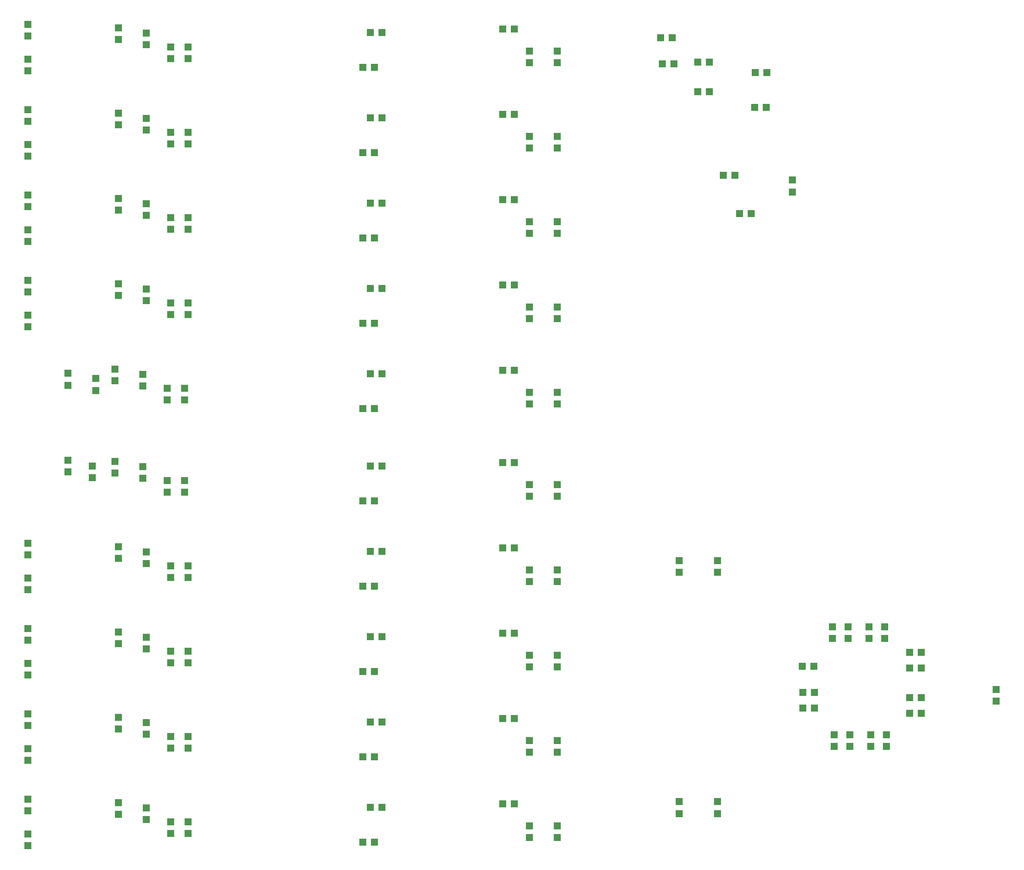
<source format=gbp>
%FSLAX24Y24*%
%MOIN*%
G70*
G01*
G75*
G04 Layer_Color=128*
G04 Layer_Color=128*
%ADD10C,0.0080*%
%ADD11R,0.0157X0.0610*%
%ADD12R,0.0394X0.0433*%
%ADD13R,0.0610X0.0157*%
%ADD14R,0.0846X0.0157*%
%ADD15O,0.0409X0.0150*%
%ADD16R,0.0409X0.0150*%
%ADD17R,0.0571X0.0217*%
%ADD18R,0.0236X0.0866*%
%ADD19R,0.0630X0.0118*%
%ADD20R,0.0630X0.0118*%
%ADD21R,0.0807X0.0236*%
%ADD22R,0.0610X0.0118*%
%ADD23R,0.0571X0.0118*%
%ADD24R,0.0157X0.0846*%
%ADD25R,0.0157X0.0846*%
%ADD26R,0.0866X0.0236*%
%ADD27R,0.0866X0.0236*%
%ADD28O,0.0480X0.0169*%
%ADD29R,0.0315X0.1417*%
%ADD30R,0.1240X0.1360*%
%ADD31R,0.0236X0.0807*%
%ADD32R,0.0118X0.0610*%
%ADD33R,0.0728X0.0236*%
%ADD34R,0.0906X0.0591*%
%ADD35R,0.0480X0.0169*%
%ADD36R,0.0236X0.0669*%
%ADD37R,0.0150X0.0600*%
%ADD38R,0.1010X0.0620*%
%ADD39R,0.0433X0.0394*%
%ADD40R,0.0472X0.0787*%
%ADD41R,0.0787X0.0472*%
%ADD42R,0.0787X0.0866*%
%ADD43R,0.0630X0.0709*%
%ADD44C,0.0160*%
%ADD45C,0.0120*%
%ADD46C,0.0100*%
%ADD47C,0.0250*%
%ADD48C,0.0500*%
%ADD49C,0.1575*%
%ADD50C,0.0866*%
%ADD51C,0.0600*%
%ADD52C,0.0591*%
%ADD53R,0.0591X0.0591*%
%ADD54C,0.1800*%
%ADD55C,0.0500*%
%ADD56C,0.0250*%
%ADD57C,0.0400*%
%ADD58C,0.0098*%
%ADD59C,0.0079*%
%ADD60C,0.0070*%
%ADD61C,0.0040*%
D12*
X26800Y78692D02*
D03*
Y78022D02*
D03*
Y73791D02*
D03*
Y73122D02*
D03*
Y68892D02*
D03*
Y68222D02*
D03*
Y63991D02*
D03*
Y63322D02*
D03*
Y48892D02*
D03*
Y48222D02*
D03*
Y43991D02*
D03*
Y43322D02*
D03*
Y39091D02*
D03*
Y38422D02*
D03*
Y34192D02*
D03*
Y33522D02*
D03*
Y76691D02*
D03*
Y76022D02*
D03*
Y71792D02*
D03*
Y71122D02*
D03*
Y66891D02*
D03*
Y66222D02*
D03*
Y61992D02*
D03*
Y61322D02*
D03*
Y46891D02*
D03*
Y46222D02*
D03*
Y41992D02*
D03*
Y41322D02*
D03*
Y37092D02*
D03*
Y36422D02*
D03*
Y32192D02*
D03*
Y31522D02*
D03*
X57200Y77152D02*
D03*
Y76483D02*
D03*
Y72252D02*
D03*
Y71583D02*
D03*
Y67352D02*
D03*
Y66683D02*
D03*
Y62452D02*
D03*
Y61783D02*
D03*
Y57552D02*
D03*
Y56883D02*
D03*
Y52252D02*
D03*
Y51583D02*
D03*
Y47352D02*
D03*
Y46683D02*
D03*
Y42452D02*
D03*
Y41783D02*
D03*
Y37552D02*
D03*
Y36883D02*
D03*
Y32652D02*
D03*
Y31983D02*
D03*
X55600Y77152D02*
D03*
Y76483D02*
D03*
Y72252D02*
D03*
Y71583D02*
D03*
Y67352D02*
D03*
Y66683D02*
D03*
Y62452D02*
D03*
Y61783D02*
D03*
Y57552D02*
D03*
Y56883D02*
D03*
Y52252D02*
D03*
Y51583D02*
D03*
Y47352D02*
D03*
Y46683D02*
D03*
Y42452D02*
D03*
Y41783D02*
D03*
Y37552D02*
D03*
Y36883D02*
D03*
Y32652D02*
D03*
Y31983D02*
D03*
X82400Y39808D02*
D03*
Y40478D02*
D03*
X73100Y37209D02*
D03*
Y37878D02*
D03*
X76100Y37208D02*
D03*
Y37878D02*
D03*
X76000Y44092D02*
D03*
Y43422D02*
D03*
X73000Y44092D02*
D03*
Y43422D02*
D03*
X75200Y37208D02*
D03*
Y37878D02*
D03*
X73900Y44092D02*
D03*
Y43422D02*
D03*
X75100Y44092D02*
D03*
Y43422D02*
D03*
X74000Y37208D02*
D03*
Y37878D02*
D03*
X36000Y76708D02*
D03*
Y77378D02*
D03*
Y71809D02*
D03*
Y72478D02*
D03*
Y66908D02*
D03*
Y67578D02*
D03*
Y62009D02*
D03*
Y62678D02*
D03*
X35800Y57108D02*
D03*
Y57778D02*
D03*
Y51809D02*
D03*
Y52478D02*
D03*
X36000Y46908D02*
D03*
Y47578D02*
D03*
Y42009D02*
D03*
Y42678D02*
D03*
Y37109D02*
D03*
Y37778D02*
D03*
Y32208D02*
D03*
Y32878D02*
D03*
X33600Y77509D02*
D03*
Y78178D02*
D03*
Y72608D02*
D03*
Y73278D02*
D03*
Y67709D02*
D03*
Y68378D02*
D03*
Y62808D02*
D03*
Y63478D02*
D03*
X33400Y57909D02*
D03*
Y58578D02*
D03*
Y52608D02*
D03*
Y53278D02*
D03*
X33600Y47709D02*
D03*
Y48378D02*
D03*
Y42808D02*
D03*
Y43478D02*
D03*
Y37908D02*
D03*
Y38578D02*
D03*
Y33008D02*
D03*
Y33678D02*
D03*
X32000Y78492D02*
D03*
Y77822D02*
D03*
Y73591D02*
D03*
Y72922D02*
D03*
Y68692D02*
D03*
Y68022D02*
D03*
Y63791D02*
D03*
Y63122D02*
D03*
X31800Y58892D02*
D03*
Y58222D02*
D03*
Y53591D02*
D03*
Y52922D02*
D03*
X32000Y48692D02*
D03*
Y48022D02*
D03*
Y43791D02*
D03*
Y43122D02*
D03*
Y38891D02*
D03*
Y38222D02*
D03*
Y33991D02*
D03*
Y33322D02*
D03*
X35000Y76708D02*
D03*
Y77378D02*
D03*
Y71809D02*
D03*
Y72478D02*
D03*
Y66908D02*
D03*
Y67578D02*
D03*
Y62009D02*
D03*
Y62678D02*
D03*
X34800Y57108D02*
D03*
Y57778D02*
D03*
Y51809D02*
D03*
Y52478D02*
D03*
X35000Y46908D02*
D03*
Y47578D02*
D03*
Y42009D02*
D03*
Y42678D02*
D03*
Y37109D02*
D03*
Y37778D02*
D03*
Y32208D02*
D03*
Y32878D02*
D03*
X64200Y47892D02*
D03*
Y47222D02*
D03*
X66400Y47892D02*
D03*
Y47222D02*
D03*
X64200Y33365D02*
D03*
Y34035D02*
D03*
X66400Y33365D02*
D03*
Y34035D02*
D03*
X30700Y57665D02*
D03*
Y58335D02*
D03*
X30500Y52637D02*
D03*
Y53307D02*
D03*
X70700Y69065D02*
D03*
Y69735D02*
D03*
X29100Y58635D02*
D03*
Y57965D02*
D03*
Y53652D02*
D03*
Y52983D02*
D03*
D39*
X54065Y78400D02*
D03*
X54735D02*
D03*
X54065Y73500D02*
D03*
X54735D02*
D03*
X54065Y68600D02*
D03*
X54735D02*
D03*
X54065Y63700D02*
D03*
X54735D02*
D03*
X54065Y58800D02*
D03*
X54735D02*
D03*
X54065Y53500D02*
D03*
X54735D02*
D03*
X54065Y48600D02*
D03*
X54735D02*
D03*
X54065Y43700D02*
D03*
X54735D02*
D03*
X54065Y38800D02*
D03*
X54735D02*
D03*
X54065Y33900D02*
D03*
X54735D02*
D03*
X68548Y73900D02*
D03*
X69217D02*
D03*
X71265Y41800D02*
D03*
X71935D02*
D03*
X71308Y39400D02*
D03*
X71978D02*
D03*
X78092Y39100D02*
D03*
X77422D02*
D03*
X78092Y42600D02*
D03*
X77422D02*
D03*
X78092Y41700D02*
D03*
X77422D02*
D03*
X71308Y40300D02*
D03*
X71978D02*
D03*
X78092Y40000D02*
D03*
X77422D02*
D03*
X68335Y67800D02*
D03*
X67665D02*
D03*
X66748Y70000D02*
D03*
X67417D02*
D03*
X69235Y75900D02*
D03*
X68565D02*
D03*
X65265Y76500D02*
D03*
X65935D02*
D03*
X65935Y74800D02*
D03*
X65265D02*
D03*
X46691Y76200D02*
D03*
X46022D02*
D03*
X46691Y71300D02*
D03*
X46022D02*
D03*
X46691Y66400D02*
D03*
X46022D02*
D03*
X46691Y61500D02*
D03*
X46022D02*
D03*
X46691Y56600D02*
D03*
X46022D02*
D03*
X46691Y51300D02*
D03*
X46022D02*
D03*
X46691Y46400D02*
D03*
X46022D02*
D03*
X46691Y41500D02*
D03*
X46022D02*
D03*
X46691Y36600D02*
D03*
X46022D02*
D03*
X46691Y31700D02*
D03*
X46022D02*
D03*
X47135Y78200D02*
D03*
X46465D02*
D03*
X47135Y73300D02*
D03*
X46465D02*
D03*
X47135Y68400D02*
D03*
X46465D02*
D03*
X47135Y63500D02*
D03*
X46465D02*
D03*
X47135Y58600D02*
D03*
X46465D02*
D03*
X47135Y53300D02*
D03*
X46465D02*
D03*
X47135Y48400D02*
D03*
X46465D02*
D03*
X47135Y43500D02*
D03*
X46465D02*
D03*
X47135Y38600D02*
D03*
X46465D02*
D03*
X47135Y33700D02*
D03*
X46465D02*
D03*
X63148Y77920D02*
D03*
X63817D02*
D03*
X63228Y76400D02*
D03*
X63897D02*
D03*
M02*

</source>
